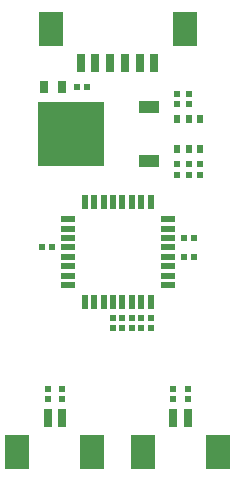
<source format=gtp>
G04*
G04 #@! TF.GenerationSoftware,Altium Limited,Altium Designer,23.3.1 (30)*
G04*
G04 Layer_Color=8421504*
%FSLAX25Y25*%
%MOIN*%
G70*
G04*
G04 #@! TF.SameCoordinates,B8D109ED-CDE9-4BA8-ABFF-944DEA042C50*
G04*
G04*
G04 #@! TF.FilePolarity,Positive*
G04*
G01*
G75*
%ADD15R,0.04724X0.01968*%
%ADD16R,0.01968X0.04724*%
%ADD17R,0.06890X0.03937*%
%ADD18R,0.22441X0.21654*%
%ADD19R,0.02362X0.03150*%
%ADD20R,0.02756X0.03937*%
%ADD21R,0.02047X0.01850*%
%ADD22R,0.01850X0.02047*%
%ADD23R,0.07874X0.11811*%
%ADD24R,0.02953X0.05906*%
D15*
X56102Y71653D02*
D03*
Y74803D02*
D03*
Y77953D02*
D03*
Y81102D02*
D03*
Y84252D02*
D03*
Y87402D02*
D03*
Y90551D02*
D03*
Y93701D02*
D03*
X22638D02*
D03*
Y90551D02*
D03*
Y87402D02*
D03*
Y84252D02*
D03*
Y81102D02*
D03*
Y77953D02*
D03*
Y74803D02*
D03*
Y71653D02*
D03*
D16*
X50394Y99409D02*
D03*
X47244D02*
D03*
X44094D02*
D03*
X40945D02*
D03*
X37795D02*
D03*
X34646D02*
D03*
X31496D02*
D03*
X28346D02*
D03*
Y65945D02*
D03*
X31496D02*
D03*
X34646D02*
D03*
X37795D02*
D03*
X40945D02*
D03*
X44094D02*
D03*
X47244D02*
D03*
X50394D02*
D03*
D17*
X49862Y113051D02*
D03*
Y131043D02*
D03*
D18*
X23622Y122047D02*
D03*
D19*
X59252Y116929D02*
D03*
X62992D02*
D03*
X66732D02*
D03*
Y127165D02*
D03*
X59252D02*
D03*
X62992D02*
D03*
D20*
X20669Y137795D02*
D03*
X14764D02*
D03*
D21*
X66732Y108543D02*
D03*
Y111929D02*
D03*
X37795Y57362D02*
D03*
Y60748D02*
D03*
X15965Y37126D02*
D03*
Y33740D02*
D03*
X57854Y37126D02*
D03*
Y33740D02*
D03*
X47244Y57362D02*
D03*
Y60748D02*
D03*
X40945D02*
D03*
Y57362D02*
D03*
X20886Y33740D02*
D03*
Y37126D02*
D03*
X62776Y33740D02*
D03*
Y37126D02*
D03*
X44094Y60748D02*
D03*
Y57362D02*
D03*
X62992Y132165D02*
D03*
Y135551D02*
D03*
Y108543D02*
D03*
Y111929D02*
D03*
X59252Y108543D02*
D03*
Y111929D02*
D03*
Y135551D02*
D03*
Y132165D02*
D03*
X50394Y57362D02*
D03*
Y60748D02*
D03*
D22*
X64685Y87402D02*
D03*
X61299D02*
D03*
X64685Y81102D02*
D03*
X61299D02*
D03*
X17441Y84252D02*
D03*
X14055D02*
D03*
X29252Y137795D02*
D03*
X25866D02*
D03*
D23*
X16970Y157087D02*
D03*
X61655D02*
D03*
X5925Y16142D02*
D03*
X30925D02*
D03*
X47815D02*
D03*
X72815D02*
D03*
D24*
X27009Y145669D02*
D03*
X36852D02*
D03*
X31931D02*
D03*
X41773D02*
D03*
X51616D02*
D03*
X46694D02*
D03*
X15965Y27559D02*
D03*
X20886D02*
D03*
X57854D02*
D03*
X62776D02*
D03*
M02*

</source>
